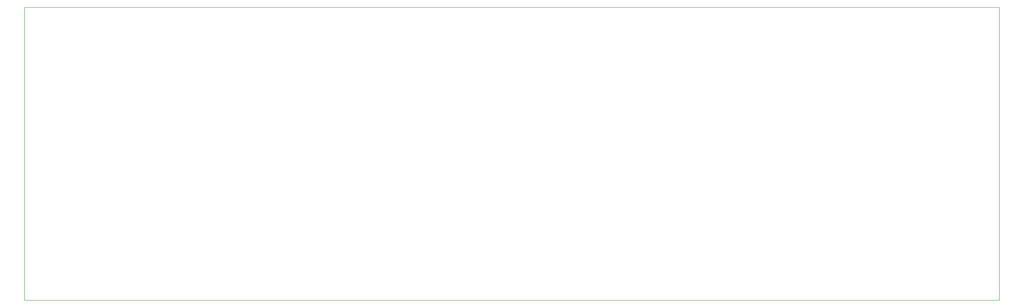
<source format=gbr>
G04 #@! TF.GenerationSoftware,KiCad,Pcbnew,5.1.5+dfsg1-2build2*
G04 #@! TF.CreationDate,2021-04-25T01:13:52+03:00*
G04 #@! TF.ProjectId,mk-ltk-02-pcb,6d6b2d6c-746b-42d3-9032-2d7063622e6b,rev?*
G04 #@! TF.SameCoordinates,Original*
G04 #@! TF.FileFunction,Profile,NP*
%FSLAX46Y46*%
G04 Gerber Fmt 4.6, Leading zero omitted, Abs format (unit mm)*
G04 Created by KiCad (PCBNEW 5.1.5+dfsg1-2build2) date 2021-04-25 01:13:52*
%MOMM*%
%LPD*%
G04 APERTURE LIST*
%ADD10C,0.200000*%
G04 APERTURE END LIST*
D10*
X57675000Y-204262160D02*
X57675000Y-114299500D01*
X466201350Y-204262160D02*
X57675000Y-204262160D01*
X466201350Y-81486800D02*
X466201350Y-204262160D01*
X57675000Y-81486800D02*
X466201350Y-81486800D01*
X57675000Y-114299500D02*
X57675000Y-81486800D01*
M02*

</source>
